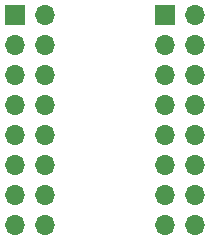
<source format=gbr>
G04 #@! TF.GenerationSoftware,KiCad,Pcbnew,(5.1.8)-1*
G04 #@! TF.CreationDate,2022-06-12T13:47:46-06:00*
G04 #@! TF.ProjectId,USB Adapter,55534220-4164-4617-9074-65722e6b6963,rev?*
G04 #@! TF.SameCoordinates,Original*
G04 #@! TF.FileFunction,Soldermask,Bot*
G04 #@! TF.FilePolarity,Negative*
%FSLAX46Y46*%
G04 Gerber Fmt 4.6, Leading zero omitted, Abs format (unit mm)*
G04 Created by KiCad (PCBNEW (5.1.8)-1) date 2022-06-12 13:47:46*
%MOMM*%
%LPD*%
G01*
G04 APERTURE LIST*
%ADD10O,1.700000X1.700000*%
%ADD11R,1.700000X1.700000*%
G04 APERTURE END LIST*
D10*
G04 #@! TO.C,J2*
X152400000Y-99060000D03*
X149860000Y-99060000D03*
X152400000Y-96520000D03*
X149860000Y-96520000D03*
X152400000Y-93980000D03*
X149860000Y-93980000D03*
X152400000Y-91440000D03*
X149860000Y-91440000D03*
X152400000Y-88900000D03*
X149860000Y-88900000D03*
X152400000Y-86360000D03*
X149860000Y-86360000D03*
X152400000Y-83820000D03*
X149860000Y-83820000D03*
X152400000Y-81280000D03*
D11*
X149860000Y-81280000D03*
G04 #@! TD*
D10*
G04 #@! TO.C,J1*
X139700000Y-99060000D03*
X137160000Y-99060000D03*
X139700000Y-96520000D03*
X137160000Y-96520000D03*
X139700000Y-93980000D03*
X137160000Y-93980000D03*
X139700000Y-91440000D03*
X137160000Y-91440000D03*
X139700000Y-88900000D03*
X137160000Y-88900000D03*
X139700000Y-86360000D03*
X137160000Y-86360000D03*
X139700000Y-83820000D03*
X137160000Y-83820000D03*
X139700000Y-81280000D03*
D11*
X137160000Y-81280000D03*
G04 #@! TD*
M02*

</source>
